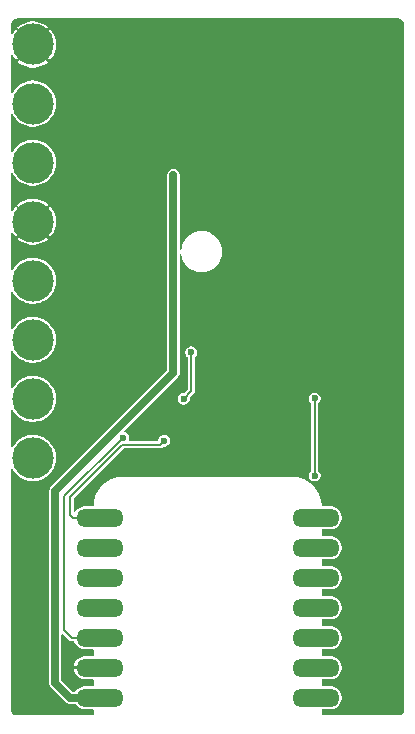
<source format=gbr>
%TF.GenerationSoftware,KiCad,Pcbnew,9.0.0*%
%TF.CreationDate,2025-03-15T20:57:12+01:00*%
%TF.ProjectId,RoomUnit_MQTT_PCB,526f6f6d-556e-4697-945f-4d5154545f50,rev?*%
%TF.SameCoordinates,Original*%
%TF.FileFunction,Copper,L2,Bot*%
%TF.FilePolarity,Positive*%
%FSLAX46Y46*%
G04 Gerber Fmt 4.6, Leading zero omitted, Abs format (unit mm)*
G04 Created by KiCad (PCBNEW 9.0.0) date 2025-03-15 20:57:12*
%MOMM*%
%LPD*%
G01*
G04 APERTURE LIST*
%TA.AperFunction,CastellatedPad*%
%ADD10O,4.000000X1.524000*%
%TD*%
%TA.AperFunction,ComponentPad*%
%ADD11C,3.500000*%
%TD*%
%TA.AperFunction,ViaPad*%
%ADD12C,0.600000*%
%TD*%
%TA.AperFunction,Conductor*%
%ADD13C,0.200000*%
%TD*%
%TA.AperFunction,Conductor*%
%ADD14C,0.635000*%
%TD*%
G04 APERTURE END LIST*
D10*
%TO.P,J2,1,Pin_1*%
%TO.N,+5V*%
X158000000Y-98000000D03*
%TO.P,J2,2,Pin_2*%
%TO.N,GND*%
X158000000Y-95460000D03*
%TO.P,J2,3,Pin_3*%
%TO.N,+3V3*%
X158000000Y-92920000D03*
%TO.P,J2,4,Pin_4*%
%TO.N,unconnected-(J2-Pin_4-Pad4)*%
X158000000Y-90380000D03*
%TO.P,J2,5,Pin_5*%
%TO.N,unconnected-(J2-Pin_5-Pad5)*%
X158000000Y-87840000D03*
%TO.P,J2,6,Pin_6*%
%TO.N,unconnected-(J2-Pin_6-Pad6)*%
X158000000Y-85300000D03*
%TO.P,J2,7,Pin_7*%
%TO.N,Net-(J2-Pin_7)*%
X158000000Y-82760000D03*
%TD*%
%TO.P,J1,1,Pin_1*%
%TO.N,AO1*%
X176300000Y-98000000D03*
%TO.P,J1,2,Pin_2*%
%TO.N,AO2*%
X176300000Y-95460000D03*
%TO.P,J1,3,Pin_3*%
%TO.N,AO3*%
X176300000Y-92920000D03*
%TO.P,J1,4,Pin_4*%
%TO.N,unconnected-(J1-Pin_4-Pad4)*%
X176300000Y-90380000D03*
%TO.P,J1,5,Pin_5*%
%TO.N,unconnected-(J1-Pin_5-Pad5)*%
X176300000Y-87840000D03*
%TO.P,J1,6,Pin_6*%
%TO.N,unconnected-(J1-Pin_6-Pad6)*%
X176300000Y-85300000D03*
%TO.P,J1,7,Pin_7*%
%TO.N,Net-(J1-Pin_7)*%
X176300000Y-82760000D03*
%TD*%
D11*
%TO.P,U4,1,GND*%
%TO.N,GND*%
X152350000Y-42700000D03*
%TO.P,U4,2,VCC*%
%TO.N,+24V*%
X152350000Y-47700000D03*
%TO.P,U4,3,MPS*%
%TO.N,MPS*%
X152350000Y-52700000D03*
%TO.P,U4,4,GND*%
%TO.N,GND*%
X152350000Y-57700000D03*
%TO.P,U4,5,AO1*%
%TO.N,Net-(U4-AO1)*%
X152350000Y-62700000D03*
%TO.P,U4,6,AO2*%
%TO.N,Net-(U4-AO2)*%
X152350000Y-67700000D03*
%TO.P,U4,7,AO3*%
%TO.N,Net-(U4-AO3)*%
X152350000Y-72700000D03*
%TO.P,U4,8*%
%TO.N,unconnected-(U4-Pad8)*%
X152350000Y-77700000D03*
%TD*%
D12*
%TO.N,GND*%
X163750000Y-41000000D03*
X154758000Y-43104000D03*
X173500000Y-51250000D03*
X172000000Y-53750000D03*
X166764000Y-75000000D03*
X173000000Y-69000000D03*
X166250000Y-45500000D03*
X182400000Y-98000000D03*
X160000000Y-59000000D03*
X155500000Y-94500000D03*
X166250000Y-49000000D03*
X156750000Y-76500000D03*
X170250000Y-53000000D03*
X178500000Y-86500000D03*
X173500000Y-48750000D03*
X155500000Y-96500000D03*
X154250000Y-44120000D03*
X168250000Y-63250000D03*
X165000000Y-74000000D03*
X162000000Y-43500000D03*
X173750000Y-78750000D03*
X168788000Y-48184000D03*
X183250000Y-46250000D03*
X151000000Y-93200000D03*
X159000000Y-48750000D03*
X175200000Y-78600000D03*
X159000000Y-78750000D03*
X168788000Y-47168000D03*
X160500000Y-44750000D03*
X172000000Y-56250000D03*
X173750000Y-76000000D03*
X175750000Y-65500000D03*
X178500000Y-96750000D03*
X163750000Y-78750000D03*
X157500000Y-56750000D03*
X163250000Y-56750000D03*
X158750000Y-41000000D03*
X173750000Y-64250000D03*
X154750000Y-53750000D03*
X164500000Y-76000000D03*
X171500000Y-64500000D03*
X171250000Y-76000000D03*
X161250000Y-78750000D03*
X160250000Y-68000000D03*
X178750000Y-65500000D03*
X163750000Y-48500000D03*
X158500000Y-74500000D03*
X151000000Y-99000000D03*
X165250000Y-63250000D03*
X151000000Y-83750000D03*
X182400000Y-95487756D03*
X176250000Y-70250000D03*
X162500000Y-61750000D03*
X159000000Y-46500000D03*
X168750000Y-78750000D03*
X179800000Y-73800000D03*
X172000000Y-58750000D03*
X172000000Y-48750000D03*
X177250000Y-66500000D03*
X168750000Y-45000000D03*
X155000000Y-99000000D03*
X183250000Y-41000000D03*
X157250000Y-73250000D03*
X155750000Y-75250000D03*
X167000000Y-65500000D03*
X154250000Y-41000000D03*
X155500000Y-95500000D03*
X183250000Y-61250000D03*
X156000000Y-72000000D03*
X183250000Y-51250000D03*
X178800000Y-91600000D03*
X166250000Y-78750000D03*
X173500000Y-72050000D03*
X183250000Y-56250000D03*
X151000000Y-88750000D03*
X183250000Y-71250000D03*
X174000000Y-41000000D03*
X154758000Y-42000000D03*
X182400000Y-93000000D03*
X151000000Y-80000000D03*
X158750000Y-60250000D03*
X178500000Y-74000000D03*
X177800000Y-41000000D03*
X171750000Y-45000000D03*
X173500000Y-53750000D03*
X165250000Y-56750000D03*
X154500000Y-74250000D03*
X153500000Y-55250000D03*
X156250000Y-46500000D03*
X173500000Y-46250000D03*
X172000000Y-61250000D03*
X156250000Y-57750000D03*
X161250000Y-62750000D03*
X173500000Y-61250000D03*
X167000000Y-68000000D03*
X166250000Y-76000000D03*
X162000000Y-54000000D03*
X171750000Y-51750000D03*
X183250000Y-66250000D03*
X163250000Y-64750000D03*
X168750000Y-76000000D03*
X173500000Y-58750000D03*
X153250000Y-45000000D03*
X168500000Y-74000000D03*
X157112000Y-80696000D03*
X160500000Y-52734000D03*
X171250000Y-78750000D03*
X173500000Y-56250000D03*
X156250000Y-48750000D03*
%TO.N,+3V3*%
X160000000Y-76000000D03*
%TO.N,+5V*%
X164250000Y-53750000D03*
%TO.N,Net-(U1A-+)*%
X165748000Y-68758000D03*
X165113000Y-72695000D03*
%TO.N,UART_TX*%
X176200000Y-79200000D03*
X176200000Y-72667000D03*
%TO.N,Net-(J2-Pin_7)*%
X163462000Y-76238882D03*
%TD*%
D13*
%TO.N,+3V3*%
X155000000Y-80934314D02*
X155000000Y-92300000D01*
X159934314Y-76000000D02*
X155000000Y-80934314D01*
X155620000Y-92920000D02*
X157400000Y-92920000D01*
X155000000Y-92300000D02*
X155620000Y-92920000D01*
X160000000Y-76000000D02*
X159934314Y-76000000D01*
D14*
%TO.N,+5V*%
X164250000Y-70500000D02*
X164250000Y-53750000D01*
X155500000Y-98000000D02*
X154250000Y-96750000D01*
X157182500Y-98000000D02*
X155500000Y-98000000D01*
X154250000Y-96750000D02*
X154250000Y-80500000D01*
X154250000Y-80500000D02*
X164250000Y-70500000D01*
D13*
%TO.N,Net-(U1A-+)*%
X165748000Y-72060000D02*
X165748000Y-68758000D01*
X165113000Y-72695000D02*
X165748000Y-72060000D01*
%TO.N,UART_TX*%
X176200000Y-79200000D02*
X176200000Y-72667000D01*
%TO.N,Net-(J2-Pin_7)*%
X163100882Y-76600000D02*
X159900000Y-76600000D01*
X155760000Y-82760000D02*
X157400000Y-82760000D01*
X155500000Y-81000000D02*
X155500000Y-82500000D01*
X155500000Y-82500000D02*
X155760000Y-82760000D01*
X159900000Y-76600000D02*
X155500000Y-81000000D01*
X163462000Y-76238882D02*
X163100882Y-76600000D01*
%TD*%
%TA.AperFunction,Conductor*%
%TO.N,GND*%
G36*
X183304126Y-40500965D02*
G01*
X183314292Y-40502110D01*
X183402873Y-40512091D01*
X183419013Y-40515775D01*
X183508852Y-40547211D01*
X183523781Y-40554400D01*
X183604372Y-40605038D01*
X183617328Y-40615370D01*
X183684629Y-40682671D01*
X183694961Y-40695627D01*
X183745599Y-40776218D01*
X183752788Y-40791147D01*
X183784222Y-40880980D01*
X183787909Y-40897131D01*
X183799035Y-40995873D01*
X183799500Y-41004159D01*
X183799500Y-98995840D01*
X183799035Y-99004126D01*
X183787909Y-99102868D01*
X183784221Y-99119023D01*
X183752788Y-99208852D01*
X183745599Y-99223781D01*
X183694961Y-99304372D01*
X183684629Y-99317328D01*
X183617328Y-99384629D01*
X183604372Y-99394961D01*
X183523781Y-99445599D01*
X183508852Y-99452788D01*
X183437299Y-99477826D01*
X183419021Y-99484221D01*
X183402868Y-99487909D01*
X183304127Y-99499035D01*
X183295841Y-99499500D01*
X176874500Y-99499500D01*
X176822174Y-99477826D01*
X176800500Y-99425500D01*
X176800500Y-99036500D01*
X176822174Y-98984174D01*
X176874500Y-98962500D01*
X177632797Y-98962500D01*
X177632798Y-98962500D01*
X177818751Y-98925512D01*
X177993915Y-98852956D01*
X178151558Y-98747622D01*
X178285622Y-98613558D01*
X178390956Y-98455915D01*
X178463512Y-98280751D01*
X178500500Y-98094798D01*
X178500500Y-97905202D01*
X178463512Y-97719249D01*
X178390956Y-97544085D01*
X178285622Y-97386442D01*
X178151558Y-97252378D01*
X178026360Y-97168723D01*
X177993914Y-97147043D01*
X177818751Y-97074488D01*
X177818744Y-97074486D01*
X177678655Y-97046621D01*
X177632798Y-97037500D01*
X177632797Y-97037500D01*
X176874500Y-97037500D01*
X176822174Y-97015826D01*
X176800500Y-96963500D01*
X176800500Y-96496500D01*
X176822174Y-96444174D01*
X176874500Y-96422500D01*
X177632797Y-96422500D01*
X177632798Y-96422500D01*
X177818751Y-96385512D01*
X177993915Y-96312956D01*
X178151558Y-96207622D01*
X178285622Y-96073558D01*
X178390956Y-95915915D01*
X178463512Y-95740751D01*
X178500500Y-95554798D01*
X178500500Y-95365202D01*
X178463512Y-95179249D01*
X178390956Y-95004085D01*
X178285622Y-94846442D01*
X178151558Y-94712378D01*
X177993915Y-94607044D01*
X177993916Y-94607044D01*
X177993914Y-94607043D01*
X177818751Y-94534488D01*
X177818744Y-94534486D01*
X177678655Y-94506621D01*
X177632798Y-94497500D01*
X177632797Y-94497500D01*
X176874500Y-94497500D01*
X176822174Y-94475826D01*
X176800500Y-94423500D01*
X176800500Y-93956500D01*
X176822174Y-93904174D01*
X176874500Y-93882500D01*
X177632797Y-93882500D01*
X177632798Y-93882500D01*
X177818751Y-93845512D01*
X177993915Y-93772956D01*
X178151558Y-93667622D01*
X178285622Y-93533558D01*
X178390956Y-93375915D01*
X178463512Y-93200751D01*
X178500500Y-93014798D01*
X178500500Y-92825202D01*
X178463512Y-92639249D01*
X178390956Y-92464085D01*
X178285622Y-92306442D01*
X178151558Y-92172378D01*
X177993915Y-92067044D01*
X177993916Y-92067044D01*
X177993914Y-92067043D01*
X177818751Y-91994488D01*
X177818744Y-91994486D01*
X177678655Y-91966621D01*
X177632798Y-91957500D01*
X177632797Y-91957500D01*
X176874500Y-91957500D01*
X176822174Y-91935826D01*
X176800500Y-91883500D01*
X176800500Y-91416500D01*
X176822174Y-91364174D01*
X176874500Y-91342500D01*
X177632797Y-91342500D01*
X177632798Y-91342500D01*
X177818751Y-91305512D01*
X177993915Y-91232956D01*
X178151558Y-91127622D01*
X178285622Y-90993558D01*
X178390956Y-90835915D01*
X178463512Y-90660751D01*
X178500500Y-90474798D01*
X178500500Y-90285202D01*
X178463512Y-90099249D01*
X178390956Y-89924085D01*
X178285622Y-89766442D01*
X178151558Y-89632378D01*
X177993915Y-89527044D01*
X177993916Y-89527044D01*
X177993914Y-89527043D01*
X177818751Y-89454488D01*
X177818744Y-89454486D01*
X177678655Y-89426621D01*
X177632798Y-89417500D01*
X177632797Y-89417500D01*
X176874500Y-89417500D01*
X176822174Y-89395826D01*
X176800500Y-89343500D01*
X176800500Y-88876500D01*
X176822174Y-88824174D01*
X176874500Y-88802500D01*
X177632797Y-88802500D01*
X177632798Y-88802500D01*
X177818751Y-88765512D01*
X177993915Y-88692956D01*
X178151558Y-88587622D01*
X178285622Y-88453558D01*
X178390956Y-88295915D01*
X178463512Y-88120751D01*
X178500500Y-87934798D01*
X178500500Y-87745202D01*
X178463512Y-87559249D01*
X178390956Y-87384085D01*
X178285622Y-87226442D01*
X178151558Y-87092378D01*
X177993915Y-86987044D01*
X177993916Y-86987044D01*
X177993914Y-86987043D01*
X177818751Y-86914488D01*
X177818744Y-86914486D01*
X177678655Y-86886621D01*
X177632798Y-86877500D01*
X177632797Y-86877500D01*
X176874500Y-86877500D01*
X176822174Y-86855826D01*
X176800500Y-86803500D01*
X176800500Y-86336500D01*
X176822174Y-86284174D01*
X176874500Y-86262500D01*
X177632797Y-86262500D01*
X177632798Y-86262500D01*
X177818751Y-86225512D01*
X177993915Y-86152956D01*
X178151558Y-86047622D01*
X178285622Y-85913558D01*
X178390956Y-85755915D01*
X178463512Y-85580751D01*
X178500500Y-85394798D01*
X178500500Y-85205202D01*
X178463512Y-85019249D01*
X178390956Y-84844085D01*
X178285622Y-84686442D01*
X178151558Y-84552378D01*
X177993915Y-84447044D01*
X177993916Y-84447044D01*
X177993914Y-84447043D01*
X177818751Y-84374488D01*
X177818744Y-84374486D01*
X177678655Y-84346621D01*
X177632798Y-84337500D01*
X177632797Y-84337500D01*
X176874500Y-84337500D01*
X176822174Y-84315826D01*
X176800500Y-84263500D01*
X176800500Y-83796500D01*
X176822174Y-83744174D01*
X176874500Y-83722500D01*
X177632797Y-83722500D01*
X177632798Y-83722500D01*
X177818751Y-83685512D01*
X177993915Y-83612956D01*
X178151558Y-83507622D01*
X178285622Y-83373558D01*
X178390956Y-83215915D01*
X178463512Y-83040751D01*
X178500500Y-82854798D01*
X178500500Y-82665202D01*
X178463512Y-82479249D01*
X178390956Y-82304085D01*
X178285622Y-82146442D01*
X178151558Y-82012378D01*
X177993915Y-81907044D01*
X177993916Y-81907044D01*
X177993914Y-81907043D01*
X177818751Y-81834488D01*
X177818744Y-81834486D01*
X177678655Y-81806621D01*
X177632798Y-81797500D01*
X177632797Y-81797500D01*
X176874500Y-81797500D01*
X176822174Y-81775826D01*
X176800500Y-81723500D01*
X176800500Y-81648748D01*
X176800499Y-81648740D01*
X176792954Y-81586599D01*
X176764037Y-81348449D01*
X176691643Y-81054734D01*
X176584373Y-80771887D01*
X176443792Y-80504033D01*
X176303304Y-80300500D01*
X176271953Y-80255080D01*
X176271947Y-80255072D01*
X176071352Y-80028648D01*
X176071351Y-80028647D01*
X175844927Y-79828052D01*
X175844919Y-79828046D01*
X175595970Y-79656210D01*
X175595966Y-79656207D01*
X175328113Y-79515627D01*
X175328109Y-79515625D01*
X175045265Y-79408356D01*
X174820777Y-79353025D01*
X174751551Y-79335963D01*
X174751549Y-79335962D01*
X174751546Y-79335962D01*
X174451259Y-79299500D01*
X174451252Y-79299500D01*
X174365892Y-79299500D01*
X160065892Y-79299500D01*
X160000000Y-79299500D01*
X159848748Y-79299500D01*
X159848740Y-79299500D01*
X159548453Y-79335962D01*
X159254734Y-79408356D01*
X158971890Y-79515625D01*
X158971886Y-79515627D01*
X158704033Y-79656207D01*
X158704029Y-79656210D01*
X158455080Y-79828046D01*
X158455072Y-79828052D01*
X158228648Y-80028647D01*
X158228647Y-80028648D01*
X158028052Y-80255072D01*
X158028046Y-80255080D01*
X157856210Y-80504029D01*
X157856207Y-80504033D01*
X157715627Y-80771886D01*
X157715625Y-80771890D01*
X157608356Y-81054734D01*
X157535962Y-81348453D01*
X157499500Y-81648740D01*
X157499500Y-81723500D01*
X157477826Y-81775826D01*
X157425500Y-81797500D01*
X156667202Y-81797500D01*
X156630416Y-81804817D01*
X156481255Y-81834486D01*
X156481248Y-81834488D01*
X156306085Y-81907043D01*
X156148445Y-82012375D01*
X156014375Y-82146445D01*
X155936029Y-82263699D01*
X155888936Y-82295165D01*
X155833388Y-82284116D01*
X155801922Y-82237023D01*
X155800500Y-82222587D01*
X155800500Y-81155123D01*
X155822174Y-81102797D01*
X160002797Y-76922174D01*
X160055123Y-76900500D01*
X163140446Y-76900500D01*
X163140446Y-76900499D01*
X163216871Y-76880021D01*
X163285393Y-76840460D01*
X163341342Y-76784511D01*
X163364795Y-76761056D01*
X163417120Y-76739382D01*
X163527894Y-76739382D01*
X163527894Y-76739381D01*
X163655186Y-76705274D01*
X163769314Y-76639382D01*
X163862500Y-76546196D01*
X163928392Y-76432068D01*
X163962499Y-76304776D01*
X163962500Y-76304776D01*
X163962500Y-76172988D01*
X163962499Y-76172987D01*
X163928393Y-76045700D01*
X163928392Y-76045696D01*
X163862500Y-75931568D01*
X163769314Y-75838382D01*
X163673170Y-75782873D01*
X163655190Y-75772492D01*
X163655181Y-75772488D01*
X163527894Y-75738382D01*
X163527892Y-75738382D01*
X163396108Y-75738382D01*
X163396106Y-75738382D01*
X163268818Y-75772488D01*
X163268809Y-75772492D01*
X163154685Y-75838382D01*
X163061500Y-75931567D01*
X162995610Y-76045691D01*
X162995606Y-76045700D01*
X162961500Y-76172987D01*
X162961500Y-76225500D01*
X162939826Y-76277826D01*
X162887500Y-76299500D01*
X160533104Y-76299500D01*
X160480778Y-76277826D01*
X160459104Y-76225500D01*
X160464737Y-76197181D01*
X160466390Y-76193189D01*
X160466389Y-76193189D01*
X160466392Y-76193186D01*
X160500500Y-76065892D01*
X160500500Y-75934108D01*
X160500500Y-75934106D01*
X160500499Y-75934105D01*
X160474850Y-75838382D01*
X160466392Y-75806814D01*
X160400500Y-75692686D01*
X160307314Y-75599500D01*
X160193190Y-75533610D01*
X160193181Y-75533606D01*
X160124370Y-75515168D01*
X160079437Y-75480689D01*
X160072045Y-75424537D01*
X160091195Y-75391366D01*
X162853456Y-72629105D01*
X164612500Y-72629105D01*
X164612500Y-72760894D01*
X164646606Y-72888181D01*
X164646607Y-72888184D01*
X164646608Y-72888186D01*
X164712500Y-73002314D01*
X164805686Y-73095500D01*
X164919814Y-73161392D01*
X165047105Y-73195499D01*
X165047106Y-73195500D01*
X165047108Y-73195500D01*
X165178894Y-73195500D01*
X165178894Y-73195499D01*
X165306186Y-73161392D01*
X165420314Y-73095500D01*
X165513500Y-73002314D01*
X165579392Y-72888186D01*
X165613499Y-72760894D01*
X165613500Y-72760894D01*
X165613500Y-72650122D01*
X165633803Y-72601105D01*
X175699500Y-72601105D01*
X175699500Y-72732894D01*
X175733606Y-72860181D01*
X175733610Y-72860190D01*
X175799500Y-72974314D01*
X175877826Y-73052640D01*
X175899500Y-73104966D01*
X175899500Y-78762034D01*
X175877826Y-78814360D01*
X175799500Y-78892685D01*
X175733610Y-79006809D01*
X175733606Y-79006818D01*
X175699500Y-79134105D01*
X175699500Y-79265894D01*
X175733606Y-79393181D01*
X175733607Y-79393184D01*
X175733608Y-79393186D01*
X175799500Y-79507314D01*
X175892686Y-79600500D01*
X176006814Y-79666392D01*
X176134105Y-79700499D01*
X176134106Y-79700500D01*
X176134108Y-79700500D01*
X176265894Y-79700500D01*
X176265894Y-79700499D01*
X176393186Y-79666392D01*
X176507314Y-79600500D01*
X176600500Y-79507314D01*
X176666392Y-79393186D01*
X176700499Y-79265894D01*
X176700500Y-79265894D01*
X176700500Y-79134106D01*
X176700499Y-79134105D01*
X176666393Y-79006818D01*
X176666392Y-79006814D01*
X176600500Y-78892686D01*
X176522174Y-78814360D01*
X176500500Y-78762034D01*
X176500500Y-73104966D01*
X176522174Y-73052640D01*
X176600500Y-72974314D01*
X176666392Y-72860186D01*
X176700499Y-72732894D01*
X176700500Y-72732894D01*
X176700500Y-72601106D01*
X176700499Y-72601105D01*
X176699612Y-72597796D01*
X176666392Y-72473814D01*
X176600500Y-72359686D01*
X176507314Y-72266500D01*
X176441687Y-72228610D01*
X176393190Y-72200610D01*
X176393181Y-72200606D01*
X176265894Y-72166500D01*
X176265892Y-72166500D01*
X176134108Y-72166500D01*
X176134106Y-72166500D01*
X176006818Y-72200606D01*
X176006809Y-72200610D01*
X175892685Y-72266500D01*
X175799500Y-72359685D01*
X175733610Y-72473809D01*
X175733606Y-72473818D01*
X175699500Y-72601105D01*
X165633803Y-72601105D01*
X165635174Y-72597796D01*
X165689038Y-72543932D01*
X165759161Y-72473809D01*
X165988460Y-72244511D01*
X166028022Y-72175988D01*
X166048500Y-72099562D01*
X166048500Y-72020438D01*
X166048500Y-69195966D01*
X166070174Y-69143640D01*
X166148500Y-69065314D01*
X166214392Y-68951186D01*
X166248499Y-68823894D01*
X166248500Y-68823894D01*
X166248500Y-68692106D01*
X166248499Y-68692105D01*
X166229558Y-68621417D01*
X166214392Y-68564814D01*
X166148500Y-68450686D01*
X166055314Y-68357500D01*
X166004754Y-68328309D01*
X165941190Y-68291610D01*
X165941181Y-68291606D01*
X165813894Y-68257500D01*
X165813892Y-68257500D01*
X165682108Y-68257500D01*
X165682106Y-68257500D01*
X165554818Y-68291606D01*
X165554809Y-68291610D01*
X165440685Y-68357500D01*
X165347500Y-68450685D01*
X165281610Y-68564809D01*
X165281606Y-68564818D01*
X165247500Y-68692105D01*
X165247500Y-68823894D01*
X165281606Y-68951181D01*
X165281610Y-68951190D01*
X165347500Y-69065314D01*
X165425826Y-69143640D01*
X165447500Y-69195966D01*
X165447500Y-71904876D01*
X165425826Y-71957202D01*
X165210202Y-72172826D01*
X165157876Y-72194500D01*
X165047106Y-72194500D01*
X164919818Y-72228606D01*
X164919809Y-72228610D01*
X164805685Y-72294500D01*
X164712500Y-72387685D01*
X164646610Y-72501809D01*
X164646606Y-72501818D01*
X164612500Y-72629105D01*
X162853456Y-72629105D01*
X164568057Y-70914504D01*
X164568060Y-70914503D01*
X164664503Y-70818060D01*
X164732699Y-70699941D01*
X164732700Y-70699940D01*
X164768000Y-70568197D01*
X164768001Y-70568197D01*
X164768001Y-70427275D01*
X164768000Y-70427257D01*
X164768000Y-60494912D01*
X164789674Y-60442586D01*
X164842000Y-60420912D01*
X164894326Y-60442586D01*
X164915367Y-60485253D01*
X164929451Y-60592238D01*
X164980532Y-60782873D01*
X164988842Y-60813887D01*
X165010148Y-60865325D01*
X165076654Y-61025885D01*
X165076655Y-61025887D01*
X165191388Y-61224611D01*
X165219327Y-61261021D01*
X165331081Y-61406661D01*
X165493339Y-61568919D01*
X165675388Y-61708611D01*
X165874112Y-61823344D01*
X165874114Y-61823345D01*
X165903394Y-61835473D01*
X166086113Y-61911158D01*
X166307762Y-61970548D01*
X166307761Y-61970548D01*
X166383596Y-61980532D01*
X166535266Y-62000500D01*
X166535268Y-62000500D01*
X166764732Y-62000500D01*
X166764734Y-62000500D01*
X166992238Y-61970548D01*
X167213887Y-61911158D01*
X167425888Y-61823344D01*
X167624612Y-61708611D01*
X167806661Y-61568919D01*
X167968919Y-61406661D01*
X168108611Y-61224612D01*
X168223344Y-61025888D01*
X168311158Y-60813887D01*
X168370548Y-60592238D01*
X168400500Y-60364734D01*
X168400500Y-60135266D01*
X168370548Y-59907762D01*
X168311158Y-59686113D01*
X168223344Y-59474112D01*
X168108611Y-59275388D01*
X167968919Y-59093339D01*
X167806661Y-58931081D01*
X167624612Y-58791389D01*
X167624613Y-58791389D01*
X167624611Y-58791388D01*
X167425887Y-58676655D01*
X167425885Y-58676654D01*
X167237790Y-58598743D01*
X167213887Y-58588842D01*
X167213885Y-58588841D01*
X167213884Y-58588841D01*
X166992237Y-58529451D01*
X166992238Y-58529451D01*
X166812150Y-58505742D01*
X166764734Y-58499500D01*
X166535266Y-58499500D01*
X166492324Y-58505153D01*
X166307761Y-58529451D01*
X166086115Y-58588841D01*
X165874114Y-58676654D01*
X165874112Y-58676655D01*
X165675388Y-58791388D01*
X165493334Y-58931085D01*
X165331085Y-59093334D01*
X165191388Y-59275388D01*
X165076655Y-59474112D01*
X165076654Y-59474114D01*
X164988841Y-59686115D01*
X164929451Y-59907761D01*
X164915367Y-60014746D01*
X164887048Y-60063795D01*
X164832341Y-60078454D01*
X164783292Y-60050135D01*
X164768000Y-60005087D01*
X164768000Y-53681802D01*
X164767999Y-53681801D01*
X164732700Y-53550062D01*
X164732698Y-53550057D01*
X164664502Y-53431939D01*
X164568060Y-53335497D01*
X164449942Y-53267301D01*
X164449937Y-53267299D01*
X164318198Y-53232000D01*
X164318196Y-53232000D01*
X164181804Y-53232000D01*
X164181802Y-53232000D01*
X164050062Y-53267299D01*
X164050057Y-53267301D01*
X163931939Y-53335497D01*
X163835497Y-53431939D01*
X163767301Y-53550057D01*
X163767299Y-53550062D01*
X163732000Y-53681801D01*
X163732000Y-70254785D01*
X163710326Y-70307111D01*
X153835497Y-80181939D01*
X153767301Y-80300057D01*
X153767299Y-80300062D01*
X153732000Y-80431801D01*
X153732000Y-96818198D01*
X153767299Y-96949937D01*
X153767301Y-96949942D01*
X153835497Y-97068060D01*
X153936155Y-97168718D01*
X153936161Y-97168723D01*
X155082908Y-98315470D01*
X155082913Y-98315476D01*
X155085497Y-98318060D01*
X155181940Y-98414503D01*
X155300059Y-98482699D01*
X155300060Y-98482699D01*
X155300062Y-98482700D01*
X155365931Y-98500349D01*
X155431801Y-98517999D01*
X155431802Y-98518000D01*
X155431804Y-98518000D01*
X155431805Y-98518000D01*
X155568196Y-98518000D01*
X155910974Y-98518000D01*
X155963300Y-98539674D01*
X155972503Y-98550888D01*
X156014378Y-98613558D01*
X156148442Y-98747622D01*
X156306085Y-98852956D01*
X156481249Y-98925512D01*
X156667202Y-98962500D01*
X157425500Y-98962500D01*
X157477826Y-98984174D01*
X157499500Y-99036500D01*
X157499500Y-99425500D01*
X157477826Y-99477826D01*
X157425500Y-99499500D01*
X151004159Y-99499500D01*
X150995873Y-99499035D01*
X150897131Y-99487909D01*
X150880980Y-99484222D01*
X150833867Y-99467736D01*
X150791147Y-99452788D01*
X150776218Y-99445599D01*
X150695627Y-99394961D01*
X150682671Y-99384629D01*
X150615370Y-99317328D01*
X150605038Y-99304372D01*
X150554400Y-99223781D01*
X150547211Y-99208852D01*
X150515775Y-99119013D01*
X150512091Y-99102873D01*
X150500965Y-99004125D01*
X150500500Y-98995840D01*
X150500500Y-78673743D01*
X150522174Y-78621417D01*
X150574500Y-78599743D01*
X150626826Y-78621417D01*
X150638583Y-78636739D01*
X150678065Y-78705124D01*
X150724736Y-78785961D01*
X150724740Y-78785967D01*
X150880390Y-78988813D01*
X151061186Y-79169609D01*
X151264032Y-79325259D01*
X151264038Y-79325263D01*
X151381684Y-79393186D01*
X151485465Y-79453104D01*
X151721687Y-79550950D01*
X151968660Y-79617126D01*
X152222157Y-79650500D01*
X152222159Y-79650500D01*
X152477841Y-79650500D01*
X152477843Y-79650500D01*
X152731340Y-79617126D01*
X152978313Y-79550950D01*
X153214535Y-79453104D01*
X153435965Y-79325261D01*
X153638813Y-79169610D01*
X153819610Y-78988813D01*
X153975261Y-78785965D01*
X154103104Y-78564535D01*
X154200950Y-78328313D01*
X154267126Y-78081340D01*
X154300500Y-77827843D01*
X154300500Y-77572157D01*
X154267126Y-77318660D01*
X154200950Y-77071687D01*
X154103104Y-76835465D01*
X154061414Y-76763256D01*
X153975263Y-76614038D01*
X153975259Y-76614032D01*
X153887344Y-76499460D01*
X153819610Y-76411187D01*
X153638813Y-76230390D01*
X153564008Y-76172990D01*
X153435967Y-76074740D01*
X153435961Y-76074736D01*
X153214534Y-75946895D01*
X153214526Y-75946892D01*
X152978316Y-75849051D01*
X152978314Y-75849050D01*
X152978313Y-75849050D01*
X152938499Y-75838382D01*
X152731338Y-75782873D01*
X152544589Y-75758287D01*
X152477843Y-75749500D01*
X152222157Y-75749500D01*
X152163176Y-75757265D01*
X151968661Y-75782873D01*
X151721690Y-75849049D01*
X151721683Y-75849051D01*
X151485473Y-75946892D01*
X151485465Y-75946895D01*
X151264038Y-76074736D01*
X151264032Y-76074740D01*
X151061186Y-76230390D01*
X150880390Y-76411186D01*
X150724740Y-76614032D01*
X150724736Y-76614038D01*
X150638586Y-76763256D01*
X150593653Y-76797735D01*
X150537500Y-76790342D01*
X150503021Y-76745409D01*
X150500500Y-76726256D01*
X150500500Y-73673743D01*
X150522174Y-73621417D01*
X150574500Y-73599743D01*
X150626826Y-73621417D01*
X150638583Y-73636739D01*
X150678065Y-73705124D01*
X150724736Y-73785961D01*
X150724740Y-73785967D01*
X150880390Y-73988813D01*
X151061187Y-74169610D01*
X151264035Y-74325261D01*
X151485465Y-74453104D01*
X151721687Y-74550950D01*
X151968660Y-74617126D01*
X152222157Y-74650500D01*
X152222159Y-74650500D01*
X152477841Y-74650500D01*
X152477843Y-74650500D01*
X152731340Y-74617126D01*
X152978313Y-74550950D01*
X153214535Y-74453104D01*
X153435965Y-74325261D01*
X153638813Y-74169610D01*
X153819610Y-73988813D01*
X153975261Y-73785965D01*
X154103104Y-73564535D01*
X154200950Y-73328313D01*
X154267126Y-73081340D01*
X154300500Y-72827843D01*
X154300500Y-72572157D01*
X154267126Y-72318660D01*
X154200950Y-72071687D01*
X154103104Y-71835465D01*
X153975261Y-71614035D01*
X153819610Y-71411187D01*
X153638813Y-71230390D01*
X153435967Y-71074740D01*
X153435961Y-71074736D01*
X153214534Y-70946895D01*
X153214526Y-70946892D01*
X152978316Y-70849051D01*
X152978314Y-70849050D01*
X152978313Y-70849050D01*
X152945222Y-70840183D01*
X152731338Y-70782873D01*
X152544589Y-70758287D01*
X152477843Y-70749500D01*
X152222157Y-70749500D01*
X152163176Y-70757265D01*
X151968661Y-70782873D01*
X151721690Y-70849049D01*
X151721683Y-70849051D01*
X151485473Y-70946892D01*
X151485465Y-70946895D01*
X151264038Y-71074736D01*
X151264032Y-71074740D01*
X151061186Y-71230390D01*
X150880390Y-71411186D01*
X150724740Y-71614032D01*
X150724736Y-71614038D01*
X150638586Y-71763256D01*
X150593653Y-71797735D01*
X150537500Y-71790342D01*
X150503021Y-71745409D01*
X150500500Y-71726256D01*
X150500500Y-68673743D01*
X150522174Y-68621417D01*
X150574500Y-68599743D01*
X150626826Y-68621417D01*
X150638583Y-68636739D01*
X150678065Y-68705124D01*
X150724736Y-68785961D01*
X150724740Y-68785967D01*
X150753841Y-68823892D01*
X150880390Y-68988813D01*
X151061187Y-69169610D01*
X151264035Y-69325261D01*
X151485465Y-69453104D01*
X151721687Y-69550950D01*
X151968660Y-69617126D01*
X152222157Y-69650500D01*
X152222159Y-69650500D01*
X152477841Y-69650500D01*
X152477843Y-69650500D01*
X152731340Y-69617126D01*
X152978313Y-69550950D01*
X153214535Y-69453104D01*
X153435965Y-69325261D01*
X153638813Y-69169610D01*
X153819610Y-68988813D01*
X153975261Y-68785965D01*
X154103104Y-68564535D01*
X154200950Y-68328313D01*
X154267126Y-68081340D01*
X154300500Y-67827843D01*
X154300500Y-67572157D01*
X154267126Y-67318660D01*
X154200950Y-67071687D01*
X154103104Y-66835465D01*
X153975261Y-66614035D01*
X153819610Y-66411187D01*
X153638813Y-66230390D01*
X153435967Y-66074740D01*
X153435961Y-66074736D01*
X153214534Y-65946895D01*
X153214526Y-65946892D01*
X152978316Y-65849051D01*
X152978314Y-65849050D01*
X152978313Y-65849050D01*
X152945222Y-65840183D01*
X152731338Y-65782873D01*
X152544589Y-65758287D01*
X152477843Y-65749500D01*
X152222157Y-65749500D01*
X152163176Y-65757265D01*
X151968661Y-65782873D01*
X151721690Y-65849049D01*
X151721683Y-65849051D01*
X151485473Y-65946892D01*
X151485465Y-65946895D01*
X151264038Y-66074736D01*
X151264032Y-66074740D01*
X151061186Y-66230390D01*
X150880390Y-66411186D01*
X150724740Y-66614032D01*
X150724736Y-66614038D01*
X150638586Y-66763256D01*
X150593653Y-66797735D01*
X150537500Y-66790342D01*
X150503021Y-66745409D01*
X150500500Y-66726256D01*
X150500500Y-63673743D01*
X150522174Y-63621417D01*
X150574500Y-63599743D01*
X150626826Y-63621417D01*
X150638583Y-63636739D01*
X150678065Y-63705124D01*
X150724736Y-63785961D01*
X150724740Y-63785967D01*
X150880390Y-63988813D01*
X151061187Y-64169610D01*
X151264035Y-64325261D01*
X151485465Y-64453104D01*
X151721687Y-64550950D01*
X151968660Y-64617126D01*
X152222157Y-64650500D01*
X152222159Y-64650500D01*
X152477841Y-64650500D01*
X152477843Y-64650500D01*
X152731340Y-64617126D01*
X152978313Y-64550950D01*
X153214535Y-64453104D01*
X153435965Y-64325261D01*
X153638813Y-64169610D01*
X153819610Y-63988813D01*
X153975261Y-63785965D01*
X154103104Y-63564535D01*
X154200950Y-63328313D01*
X154267126Y-63081340D01*
X154300500Y-62827843D01*
X154300500Y-62572157D01*
X154267126Y-62318660D01*
X154200950Y-62071687D01*
X154103104Y-61835465D01*
X153975263Y-61614038D01*
X153975259Y-61614032D01*
X153819609Y-61411186D01*
X153638813Y-61230390D01*
X153435967Y-61074740D01*
X153435961Y-61074736D01*
X153214534Y-60946895D01*
X153214526Y-60946892D01*
X152978316Y-60849051D01*
X152978314Y-60849050D01*
X152978313Y-60849050D01*
X152904870Y-60829371D01*
X152731338Y-60782873D01*
X152544589Y-60758287D01*
X152477843Y-60749500D01*
X152222157Y-60749500D01*
X152163176Y-60757265D01*
X151968661Y-60782873D01*
X151721690Y-60849049D01*
X151721683Y-60849051D01*
X151485473Y-60946892D01*
X151485465Y-60946895D01*
X151264038Y-61074736D01*
X151264032Y-61074740D01*
X151061186Y-61230390D01*
X150880390Y-61411186D01*
X150724740Y-61614032D01*
X150724736Y-61614038D01*
X150638586Y-61763256D01*
X150593653Y-61797735D01*
X150537500Y-61790342D01*
X150503021Y-61745409D01*
X150500500Y-61726256D01*
X150500500Y-58672743D01*
X150522174Y-58620417D01*
X150574500Y-58598743D01*
X150626826Y-58620417D01*
X150638586Y-58635743D01*
X150725152Y-58785682D01*
X150725156Y-58785688D01*
X150880767Y-58988483D01*
X150900431Y-59008147D01*
X151662514Y-58246063D01*
X151670343Y-58257780D01*
X151792220Y-58379657D01*
X151803935Y-58387485D01*
X151041852Y-59149568D01*
X151061516Y-59169232D01*
X151264311Y-59324843D01*
X151264317Y-59324847D01*
X151485687Y-59452654D01*
X151485690Y-59452655D01*
X151721848Y-59550476D01*
X151968759Y-59616635D01*
X152222192Y-59650000D01*
X152477808Y-59650000D01*
X152731240Y-59616635D01*
X152978151Y-59550476D01*
X153214309Y-59452655D01*
X153214312Y-59452654D01*
X153435682Y-59324847D01*
X153435688Y-59324843D01*
X153638478Y-59169237D01*
X153638481Y-59169234D01*
X153658146Y-59149567D01*
X152896064Y-58387485D01*
X152907780Y-58379657D01*
X153029657Y-58257780D01*
X153037485Y-58246064D01*
X153799567Y-59008146D01*
X153819234Y-58988481D01*
X153819237Y-58988478D01*
X153974843Y-58785688D01*
X153974847Y-58785682D01*
X154102654Y-58564312D01*
X154102655Y-58564309D01*
X154200476Y-58328151D01*
X154266635Y-58081240D01*
X154300000Y-57827808D01*
X154300000Y-57572191D01*
X154266635Y-57318759D01*
X154200476Y-57071848D01*
X154102655Y-56835690D01*
X154102654Y-56835687D01*
X153974847Y-56614317D01*
X153974843Y-56614311D01*
X153819232Y-56411516D01*
X153799568Y-56391852D01*
X153037484Y-57153935D01*
X153029657Y-57142220D01*
X152907780Y-57020343D01*
X152896063Y-57012514D01*
X153658147Y-56250431D01*
X153638483Y-56230767D01*
X153435688Y-56075156D01*
X153435682Y-56075152D01*
X153214312Y-55947345D01*
X153214309Y-55947344D01*
X152978151Y-55849523D01*
X152731240Y-55783364D01*
X152477808Y-55750000D01*
X152222192Y-55750000D01*
X151968759Y-55783364D01*
X151721848Y-55849523D01*
X151485690Y-55947344D01*
X151485687Y-55947345D01*
X151264317Y-56075152D01*
X151264311Y-56075156D01*
X151061523Y-56230761D01*
X151061517Y-56230766D01*
X151041852Y-56250430D01*
X151803936Y-57012514D01*
X151792220Y-57020343D01*
X151670343Y-57142220D01*
X151662514Y-57153936D01*
X150900430Y-56391852D01*
X150880766Y-56411517D01*
X150880761Y-56411523D01*
X150725156Y-56614311D01*
X150725152Y-56614317D01*
X150638586Y-56764256D01*
X150593653Y-56798734D01*
X150537500Y-56791342D01*
X150503022Y-56746409D01*
X150500500Y-56727256D01*
X150500500Y-53673743D01*
X150522174Y-53621417D01*
X150574500Y-53599743D01*
X150626826Y-53621417D01*
X150638583Y-53636739D01*
X150678065Y-53705124D01*
X150724736Y-53785961D01*
X150724740Y-53785967D01*
X150880390Y-53988813D01*
X151061187Y-54169610D01*
X151264035Y-54325261D01*
X151485465Y-54453104D01*
X151721687Y-54550950D01*
X151968660Y-54617126D01*
X152222157Y-54650500D01*
X152222159Y-54650500D01*
X152477841Y-54650500D01*
X152477843Y-54650500D01*
X152731340Y-54617126D01*
X152978313Y-54550950D01*
X153214535Y-54453104D01*
X153435965Y-54325261D01*
X153638813Y-54169610D01*
X153819610Y-53988813D01*
X153975261Y-53785965D01*
X154103104Y-53564535D01*
X154200950Y-53328313D01*
X154267126Y-53081340D01*
X154300500Y-52827843D01*
X154300500Y-52572157D01*
X154267126Y-52318660D01*
X154200950Y-52071687D01*
X154103104Y-51835465D01*
X153975261Y-51614035D01*
X153819610Y-51411187D01*
X153638813Y-51230390D01*
X153435967Y-51074740D01*
X153435961Y-51074736D01*
X153214534Y-50946895D01*
X153214526Y-50946892D01*
X152978316Y-50849051D01*
X152978314Y-50849050D01*
X152978313Y-50849050D01*
X152945222Y-50840183D01*
X152731338Y-50782873D01*
X152544589Y-50758287D01*
X152477843Y-50749500D01*
X152222157Y-50749500D01*
X152163176Y-50757265D01*
X151968661Y-50782873D01*
X151721690Y-50849049D01*
X151721683Y-50849051D01*
X151485473Y-50946892D01*
X151485465Y-50946895D01*
X151264038Y-51074736D01*
X151264032Y-51074740D01*
X151061186Y-51230390D01*
X150880390Y-51411186D01*
X150724740Y-51614032D01*
X150724736Y-51614038D01*
X150638586Y-51763256D01*
X150593653Y-51797735D01*
X150537500Y-51790342D01*
X150503021Y-51745409D01*
X150500500Y-51726256D01*
X150500500Y-48673743D01*
X150522174Y-48621417D01*
X150574500Y-48599743D01*
X150626826Y-48621417D01*
X150638583Y-48636739D01*
X150678065Y-48705124D01*
X150724736Y-48785961D01*
X150724740Y-48785967D01*
X150880390Y-48988813D01*
X151061187Y-49169610D01*
X151264035Y-49325261D01*
X151485465Y-49453104D01*
X151721687Y-49550950D01*
X151968660Y-49617126D01*
X152222157Y-49650500D01*
X152222159Y-49650500D01*
X152477841Y-49650500D01*
X152477843Y-49650500D01*
X152731340Y-49617126D01*
X152978313Y-49550950D01*
X153214535Y-49453104D01*
X153435965Y-49325261D01*
X153638813Y-49169610D01*
X153819610Y-48988813D01*
X153975261Y-48785965D01*
X154103104Y-48564535D01*
X154200950Y-48328313D01*
X154267126Y-48081340D01*
X154300500Y-47827843D01*
X154300500Y-47572157D01*
X154267126Y-47318660D01*
X154200950Y-47071687D01*
X154103104Y-46835465D01*
X153975261Y-46614035D01*
X153819610Y-46411187D01*
X153638813Y-46230390D01*
X153435967Y-46074740D01*
X153435961Y-46074736D01*
X153214534Y-45946895D01*
X153214526Y-45946892D01*
X152978316Y-45849051D01*
X152978314Y-45849050D01*
X152978313Y-45849050D01*
X152945222Y-45840183D01*
X152731338Y-45782873D01*
X152544589Y-45758287D01*
X152477843Y-45749500D01*
X152222157Y-45749500D01*
X152163176Y-45757265D01*
X151968661Y-45782873D01*
X151721690Y-45849049D01*
X151721683Y-45849051D01*
X151485473Y-45946892D01*
X151485465Y-45946895D01*
X151264038Y-46074736D01*
X151264032Y-46074740D01*
X151061186Y-46230390D01*
X150880390Y-46411186D01*
X150724740Y-46614032D01*
X150724736Y-46614038D01*
X150638586Y-46763256D01*
X150593653Y-46797735D01*
X150537500Y-46790342D01*
X150503021Y-46745409D01*
X150500500Y-46726256D01*
X150500500Y-43672743D01*
X150522174Y-43620417D01*
X150574500Y-43598743D01*
X150626826Y-43620417D01*
X150638586Y-43635743D01*
X150725152Y-43785682D01*
X150725156Y-43785688D01*
X150880767Y-43988483D01*
X150900431Y-44008147D01*
X151662514Y-43246063D01*
X151670343Y-43257780D01*
X151792220Y-43379657D01*
X151803935Y-43387485D01*
X151041852Y-44149568D01*
X151061516Y-44169232D01*
X151264311Y-44324843D01*
X151264317Y-44324847D01*
X151485687Y-44452654D01*
X151485690Y-44452655D01*
X151721848Y-44550476D01*
X151968759Y-44616635D01*
X152222192Y-44650000D01*
X152477808Y-44650000D01*
X152731240Y-44616635D01*
X152978151Y-44550476D01*
X153214309Y-44452655D01*
X153214312Y-44452654D01*
X153435682Y-44324847D01*
X153435688Y-44324843D01*
X153638478Y-44169237D01*
X153638481Y-44169234D01*
X153658146Y-44149567D01*
X152896064Y-43387485D01*
X152907780Y-43379657D01*
X153029657Y-43257780D01*
X153037485Y-43246064D01*
X153799567Y-44008146D01*
X153819234Y-43988481D01*
X153819237Y-43988478D01*
X153974843Y-43785688D01*
X153974847Y-43785682D01*
X154102654Y-43564312D01*
X154102655Y-43564309D01*
X154200476Y-43328151D01*
X154266635Y-43081240D01*
X154300000Y-42827808D01*
X154300000Y-42572191D01*
X154266635Y-42318759D01*
X154200476Y-42071848D01*
X154102655Y-41835690D01*
X154102654Y-41835687D01*
X153974847Y-41614317D01*
X153974843Y-41614311D01*
X153819232Y-41411516D01*
X153799568Y-41391852D01*
X153037484Y-42153935D01*
X153029657Y-42142220D01*
X152907780Y-42020343D01*
X152896063Y-42012514D01*
X153658147Y-41250431D01*
X153638483Y-41230767D01*
X153435688Y-41075156D01*
X153435682Y-41075152D01*
X153214312Y-40947345D01*
X153214309Y-40947344D01*
X152978151Y-40849523D01*
X152731240Y-40783364D01*
X152477808Y-40750000D01*
X152222192Y-40750000D01*
X151968759Y-40783364D01*
X151721848Y-40849523D01*
X151485690Y-40947344D01*
X151485687Y-40947345D01*
X151264317Y-41075152D01*
X151264311Y-41075156D01*
X151061523Y-41230761D01*
X151061517Y-41230766D01*
X151041852Y-41250430D01*
X151803936Y-42012514D01*
X151792220Y-42020343D01*
X151670343Y-42142220D01*
X151662514Y-42153936D01*
X150900430Y-41391852D01*
X150880766Y-41411517D01*
X150880761Y-41411523D01*
X150725156Y-41614311D01*
X150725152Y-41614317D01*
X150638586Y-41764256D01*
X150593653Y-41798734D01*
X150537500Y-41791342D01*
X150503022Y-41746409D01*
X150500500Y-41727256D01*
X150500500Y-41004159D01*
X150500965Y-40995874D01*
X150506433Y-40947344D01*
X150512091Y-40897124D01*
X150515775Y-40880988D01*
X150547212Y-40791143D01*
X150554400Y-40776218D01*
X150570874Y-40750000D01*
X150605042Y-40695621D01*
X150615366Y-40682675D01*
X150682675Y-40615366D01*
X150695621Y-40605042D01*
X150776219Y-40554399D01*
X150791143Y-40547212D01*
X150880988Y-40515775D01*
X150897124Y-40512091D01*
X150986842Y-40501982D01*
X150995874Y-40500965D01*
X151004159Y-40500500D01*
X151065892Y-40500500D01*
X183234108Y-40500500D01*
X183295841Y-40500500D01*
X183304126Y-40500965D01*
G37*
%TD.AperFunction*%
%TA.AperFunction,Conductor*%
G36*
X154894326Y-92619297D02*
G01*
X155379540Y-93104511D01*
X155435489Y-93160460D01*
X155504011Y-93200021D01*
X155504012Y-93200021D01*
X155504014Y-93200022D01*
X155506709Y-93200744D01*
X155580435Y-93220499D01*
X155580436Y-93220500D01*
X155580438Y-93220500D01*
X155659562Y-93220500D01*
X155795223Y-93220500D01*
X155847549Y-93242174D01*
X155863590Y-93266181D01*
X155909042Y-93375912D01*
X155909043Y-93375914D01*
X155909044Y-93375915D01*
X156014378Y-93533558D01*
X156148442Y-93667622D01*
X156306085Y-93772956D01*
X156481249Y-93845512D01*
X156667202Y-93882500D01*
X157425500Y-93882500D01*
X157477826Y-93904174D01*
X157499500Y-93956500D01*
X157499500Y-94424000D01*
X157477826Y-94476326D01*
X157425500Y-94498000D01*
X156667253Y-94498000D01*
X156481400Y-94534967D01*
X156481390Y-94534970D01*
X156306324Y-94607484D01*
X156148764Y-94712763D01*
X156014763Y-94846764D01*
X155909484Y-95004324D01*
X155836970Y-95179390D01*
X155836967Y-95179400D01*
X155801044Y-95359999D01*
X155801044Y-95360000D01*
X157425500Y-95360000D01*
X157477826Y-95381674D01*
X157499500Y-95434000D01*
X157499500Y-95486000D01*
X157477826Y-95538326D01*
X157425500Y-95560000D01*
X155801044Y-95560000D01*
X155836967Y-95740599D01*
X155836970Y-95740609D01*
X155909484Y-95915675D01*
X156014763Y-96073235D01*
X156148764Y-96207236D01*
X156306324Y-96312515D01*
X156481390Y-96385029D01*
X156481400Y-96385032D01*
X156667253Y-96422000D01*
X157425500Y-96422000D01*
X157477826Y-96443674D01*
X157499500Y-96496000D01*
X157499500Y-96963500D01*
X157477826Y-97015826D01*
X157425500Y-97037500D01*
X156667202Y-97037500D01*
X156630416Y-97044817D01*
X156481255Y-97074486D01*
X156481248Y-97074488D01*
X156306085Y-97147043D01*
X156148445Y-97252375D01*
X156014375Y-97386445D01*
X155972503Y-97449112D01*
X155925410Y-97480578D01*
X155910974Y-97482000D01*
X155745214Y-97482000D01*
X155692888Y-97460326D01*
X154789674Y-96557112D01*
X154768000Y-96504786D01*
X154768000Y-92671623D01*
X154789674Y-92619297D01*
X154842000Y-92597623D01*
X154894326Y-92619297D01*
G37*
%TD.AperFunction*%
%TD*%
M02*

</source>
